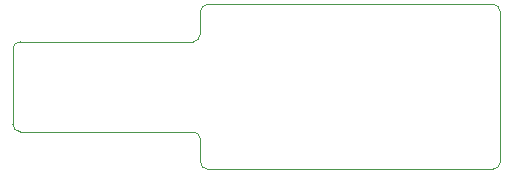
<source format=gbr>
G04 (created by PCBNEW (22-Jun-2014 BZR 4027)-stable) date Wed 04 Apr 2018 07:30:33 PM CDT*
%MOIN*%
G04 Gerber Fmt 3.4, Leading zero omitted, Abs format*
%FSLAX34Y34*%
G01*
G70*
G90*
G04 APERTURE LIST*
%ADD10C,0.00590551*%
%ADD11C,0.00393701*%
G04 APERTURE END LIST*
G54D10*
G54D11*
X68000Y-41000D02*
X77500Y-41000D01*
X77500Y-46500D02*
X68000Y-46500D01*
X77750Y-41250D02*
X77750Y-46250D01*
X61750Y-45250D02*
X67500Y-45250D01*
X61500Y-42500D02*
X61500Y-45000D01*
X67500Y-42250D02*
X61750Y-42250D01*
X67750Y-41250D02*
X67750Y-42000D01*
X67750Y-45500D02*
X67750Y-46250D01*
X67500Y-42250D02*
G75*
G03X67750Y-42000I0J250D01*
G74*
G01*
X61750Y-42250D02*
G75*
G03X61500Y-42500I0J-250D01*
G74*
G01*
X61500Y-45000D02*
G75*
G03X61750Y-45250I250J0D01*
G74*
G01*
X67750Y-45500D02*
G75*
G03X67500Y-45250I-250J0D01*
G74*
G01*
X67750Y-46250D02*
G75*
G03X68000Y-46500I250J0D01*
G74*
G01*
X77500Y-46500D02*
G75*
G03X77750Y-46250I0J250D01*
G74*
G01*
X77750Y-41250D02*
G75*
G03X77500Y-41000I-250J0D01*
G74*
G01*
X68000Y-41000D02*
G75*
G03X67750Y-41250I0J-250D01*
G74*
G01*
M02*

</source>
